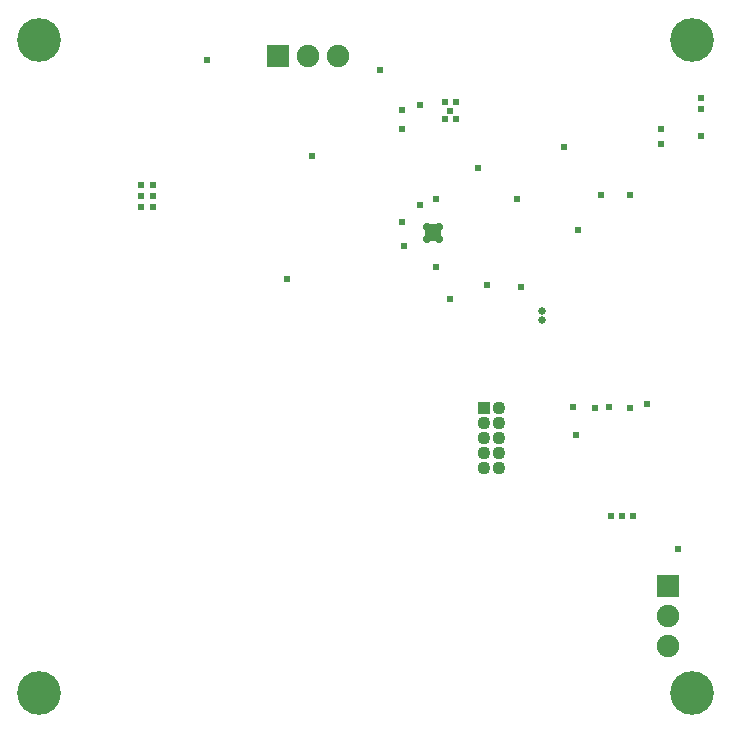
<source format=gbs>
G04*
G04 #@! TF.GenerationSoftware,Altium Limited,Altium Designer,21.9.2 (33)*
G04*
G04 Layer_Color=16711935*
%FSLAX25Y25*%
%MOIN*%
G70*
G04*
G04 #@! TF.SameCoordinates,C603DD54-685B-4B9A-A4C2-A7D413009CF4*
G04*
G04*
G04 #@! TF.FilePolarity,Negative*
G04*
G01*
G75*
%ADD124C,0.07487*%
%ADD125R,0.07487X0.07487*%
%ADD126C,0.04360*%
%ADD127R,0.04360X0.04360*%
%ADD128R,0.07487X0.07487*%
%ADD129C,0.14573*%
%ADD130C,0.02520*%
%ADD131C,0.02368*%
%ADD132C,0.02400*%
%ADD151C,0.02769*%
G36*
X143000Y159883D02*
X142800Y159800D01*
X137700D01*
Y165200D01*
X137832Y165332D01*
X143000D01*
Y159883D01*
D02*
G37*
D124*
X218700Y24800D02*
D03*
Y34800D02*
D03*
X108758Y221509D02*
D03*
X98758D02*
D03*
D125*
X218700Y44800D02*
D03*
D126*
X162500Y84000D02*
D03*
X157500D02*
D03*
Y94000D02*
D03*
Y89000D02*
D03*
X162500Y94000D02*
D03*
Y89000D02*
D03*
Y99000D02*
D03*
Y104000D02*
D03*
X157500Y99000D02*
D03*
D127*
Y104000D02*
D03*
D128*
X88758Y221509D02*
D03*
D129*
X9252Y9252D02*
D03*
X226969D02*
D03*
X9252Y226969D02*
D03*
X226969D02*
D03*
D130*
X176865Y136553D02*
D03*
Y133404D02*
D03*
D131*
X146307Y203286D02*
D03*
X148276Y206239D02*
D03*
X144339D02*
D03*
Y200333D02*
D03*
X148276D02*
D03*
X47069Y178343D02*
D03*
Y174800D02*
D03*
Y171257D02*
D03*
X43132D02*
D03*
Y174800D02*
D03*
Y178343D02*
D03*
D132*
X207101Y68262D02*
D03*
X203451Y68242D02*
D03*
X199760Y68303D02*
D03*
X229789Y207632D02*
D03*
X216436Y192106D02*
D03*
X216480Y197172D02*
D03*
X229866Y194970D02*
D03*
X188908Y163526D02*
D03*
X169719Y144534D02*
D03*
X229673Y203851D02*
D03*
X141466Y173896D02*
D03*
X187014Y104369D02*
D03*
X199234Y104327D02*
D03*
X206000Y104205D02*
D03*
X100310Y188015D02*
D03*
X64993Y220030D02*
D03*
X222300Y57099D02*
D03*
X188016Y95199D02*
D03*
X194641Y104291D02*
D03*
X211926Y105327D02*
D03*
X136042Y171946D02*
D03*
X155466Y184044D02*
D03*
X158500Y145000D02*
D03*
X136199Y205254D02*
D03*
X130136Y197014D02*
D03*
X168586Y173915D02*
D03*
X130136Y166000D02*
D03*
X146307Y140500D02*
D03*
X141484Y151150D02*
D03*
X91852Y147200D02*
D03*
X130666Y158121D02*
D03*
X122695Y216800D02*
D03*
X130136Y203606D02*
D03*
X206000Y175100D02*
D03*
X196500D02*
D03*
X184015Y191115D02*
D03*
D151*
X142469Y164348D02*
D03*
X138531Y164348D02*
D03*
X138531Y160411D02*
D03*
X142469Y160411D02*
D03*
X140500Y162380D02*
D03*
M02*

</source>
